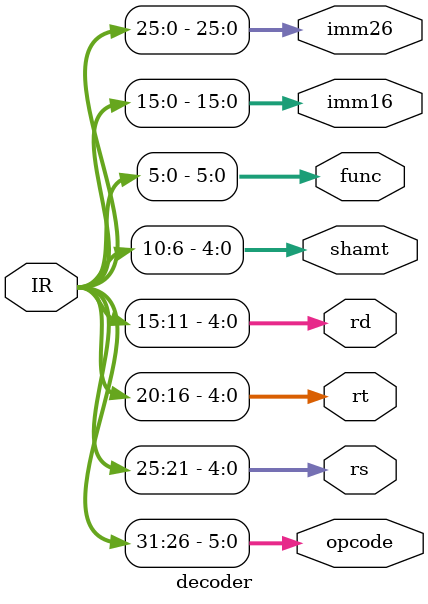
<source format=v>
`timescale 1ns / 1ps
module decoder(
    input [31:0] IR,
    output [5:0] opcode,
    output [4:0] rs,
    output [4:0] rt,
    output [4:0] rd,
    output [4:0] shamt,
    output [5:0] func,
    output [15:0] imm16,
    output [25:0] imm26
    );
	
	assign {opcode,rs,rt,rd,shamt,func} = IR;
	assign imm16 = IR[15:0];
	assign imm26 = IR[25:0];

endmodule

</source>
